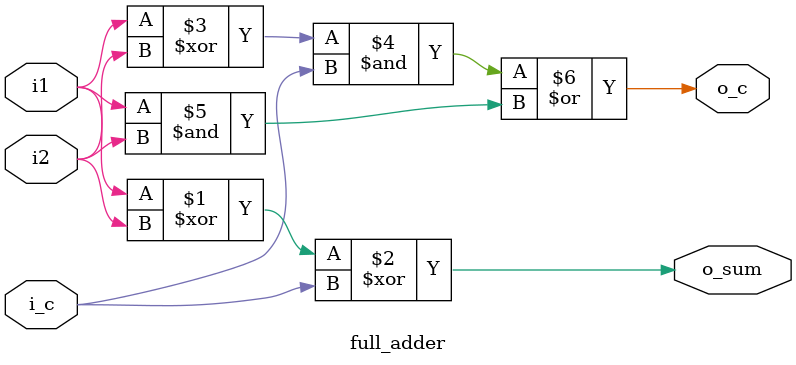
<source format=v>
`timescale 1ns / 1ps


module full_adder(
input i1,
input i2,
input i_c,      //ÊäÈë½øÎ»
output o_c,     //Êä³ö½øÎ»
output o_sum
    );
assign o_sum = i1^i2^i_c;
assign o_c = ((i1^i2)&i_c | (i1&i2));

endmodule

</source>
